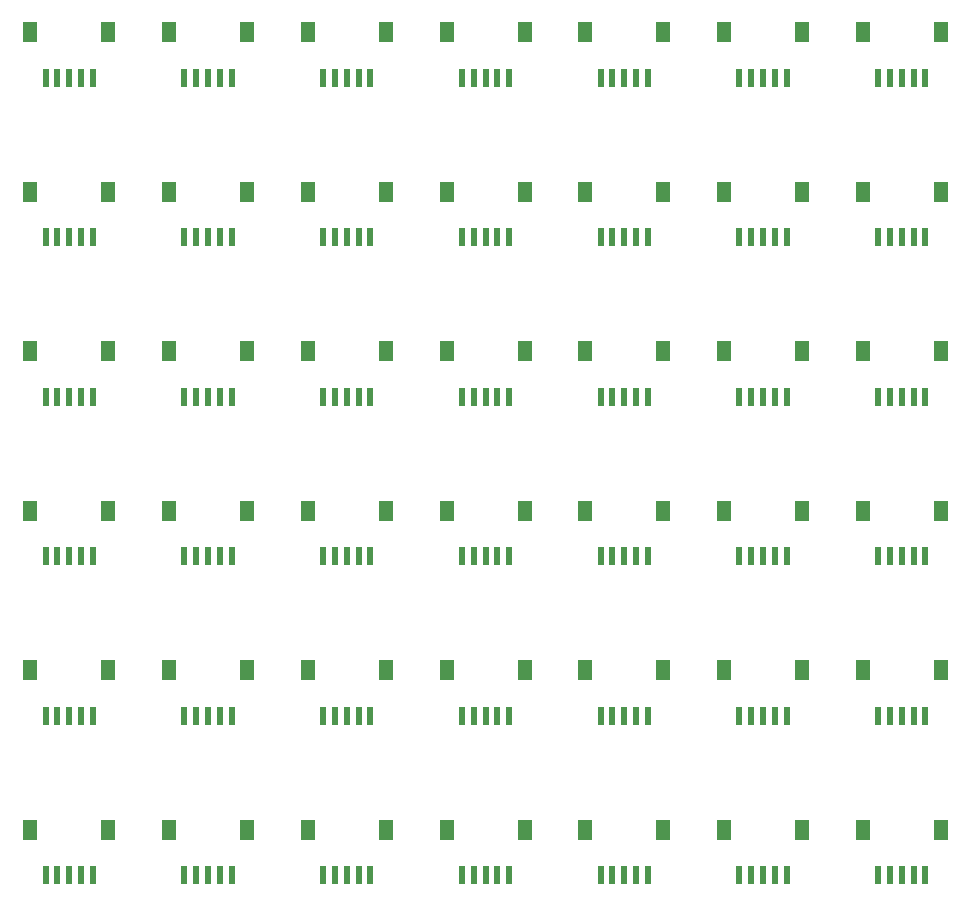
<source format=gbr>
G04 #@! TF.GenerationSoftware,KiCad,Pcbnew,5.1.0-060a0da~80~ubuntu18.04.1*
G04 #@! TF.CreationDate,2019-05-11T20:46:11+02:00*
G04 #@! TF.ProjectId,spi_connector_board,7370695f-636f-46e6-9e65-63746f725f62,rev?*
G04 #@! TF.SameCoordinates,Original*
G04 #@! TF.FileFunction,Paste,Top*
G04 #@! TF.FilePolarity,Positive*
%FSLAX46Y46*%
G04 Gerber Fmt 4.6, Leading zero omitted, Abs format (unit mm)*
G04 Created by KiCad (PCBNEW 5.1.0-060a0da~80~ubuntu18.04.1) date 2019-05-11 20:46:11*
%MOMM*%
%LPD*%
G04 APERTURE LIST*
%ADD10R,0.600000X1.550000*%
%ADD11R,1.200000X1.800000*%
G04 APERTURE END LIST*
D10*
X196500000Y-144375000D03*
D11*
X197800000Y-140500000D03*
X191200000Y-140500000D03*
D10*
X195500000Y-144375000D03*
X194500000Y-144375000D03*
X193500000Y-144375000D03*
X192500000Y-144375000D03*
X184750000Y-144375000D03*
D11*
X186050000Y-140500000D03*
X179450000Y-140500000D03*
D10*
X183750000Y-144375000D03*
X182750000Y-144375000D03*
X181750000Y-144375000D03*
X180750000Y-144375000D03*
X173000000Y-144375000D03*
D11*
X174300000Y-140500000D03*
X167700000Y-140500000D03*
D10*
X172000000Y-144375000D03*
X171000000Y-144375000D03*
X170000000Y-144375000D03*
X169000000Y-144375000D03*
X161250000Y-144375000D03*
D11*
X162550000Y-140500000D03*
X155950000Y-140500000D03*
D10*
X160250000Y-144375000D03*
X159250000Y-144375000D03*
X158250000Y-144375000D03*
X157250000Y-144375000D03*
X149500000Y-144375000D03*
D11*
X150800000Y-140500000D03*
X144200000Y-140500000D03*
D10*
X148500000Y-144375000D03*
X147500000Y-144375000D03*
X146500000Y-144375000D03*
X145500000Y-144375000D03*
X137750000Y-144375000D03*
D11*
X139050000Y-140500000D03*
X132450000Y-140500000D03*
D10*
X136750000Y-144375000D03*
X135750000Y-144375000D03*
X134750000Y-144375000D03*
X133750000Y-144375000D03*
X126000000Y-144375000D03*
D11*
X127300000Y-140500000D03*
X120700000Y-140500000D03*
D10*
X125000000Y-144375000D03*
X124000000Y-144375000D03*
X123000000Y-144375000D03*
X122000000Y-144375000D03*
X196500000Y-130875000D03*
D11*
X197800000Y-127000000D03*
X191200000Y-127000000D03*
D10*
X195500000Y-130875000D03*
X194500000Y-130875000D03*
X193500000Y-130875000D03*
X192500000Y-130875000D03*
X184750000Y-130875000D03*
D11*
X186050000Y-127000000D03*
X179450000Y-127000000D03*
D10*
X183750000Y-130875000D03*
X182750000Y-130875000D03*
X181750000Y-130875000D03*
X180750000Y-130875000D03*
X173000000Y-130875000D03*
D11*
X174300000Y-127000000D03*
X167700000Y-127000000D03*
D10*
X172000000Y-130875000D03*
X171000000Y-130875000D03*
X170000000Y-130875000D03*
X169000000Y-130875000D03*
X161250000Y-130875000D03*
D11*
X162550000Y-127000000D03*
X155950000Y-127000000D03*
D10*
X160250000Y-130875000D03*
X159250000Y-130875000D03*
X158250000Y-130875000D03*
X157250000Y-130875000D03*
X149500000Y-130875000D03*
D11*
X150800000Y-127000000D03*
X144200000Y-127000000D03*
D10*
X148500000Y-130875000D03*
X147500000Y-130875000D03*
X146500000Y-130875000D03*
X145500000Y-130875000D03*
X137750000Y-130875000D03*
D11*
X139050000Y-127000000D03*
X132450000Y-127000000D03*
D10*
X136750000Y-130875000D03*
X135750000Y-130875000D03*
X134750000Y-130875000D03*
X133750000Y-130875000D03*
X126000000Y-130875000D03*
D11*
X127300000Y-127000000D03*
X120700000Y-127000000D03*
D10*
X125000000Y-130875000D03*
X124000000Y-130875000D03*
X123000000Y-130875000D03*
X122000000Y-130875000D03*
X196500000Y-117375000D03*
D11*
X197800000Y-113500000D03*
X191200000Y-113500000D03*
D10*
X195500000Y-117375000D03*
X194500000Y-117375000D03*
X193500000Y-117375000D03*
X192500000Y-117375000D03*
X184750000Y-117375000D03*
D11*
X186050000Y-113500000D03*
X179450000Y-113500000D03*
D10*
X183750000Y-117375000D03*
X182750000Y-117375000D03*
X181750000Y-117375000D03*
X180750000Y-117375000D03*
X173000000Y-117375000D03*
D11*
X174300000Y-113500000D03*
X167700000Y-113500000D03*
D10*
X172000000Y-117375000D03*
X171000000Y-117375000D03*
X170000000Y-117375000D03*
X169000000Y-117375000D03*
X161250000Y-117375000D03*
D11*
X162550000Y-113500000D03*
X155950000Y-113500000D03*
D10*
X160250000Y-117375000D03*
X159250000Y-117375000D03*
X158250000Y-117375000D03*
X157250000Y-117375000D03*
X149500000Y-117375000D03*
D11*
X150800000Y-113500000D03*
X144200000Y-113500000D03*
D10*
X148500000Y-117375000D03*
X147500000Y-117375000D03*
X146500000Y-117375000D03*
X145500000Y-117375000D03*
X137750000Y-117375000D03*
D11*
X139050000Y-113500000D03*
X132450000Y-113500000D03*
D10*
X136750000Y-117375000D03*
X135750000Y-117375000D03*
X134750000Y-117375000D03*
X133750000Y-117375000D03*
X126000000Y-117375000D03*
D11*
X127300000Y-113500000D03*
X120700000Y-113500000D03*
D10*
X125000000Y-117375000D03*
X124000000Y-117375000D03*
X123000000Y-117375000D03*
X122000000Y-117375000D03*
X196500000Y-103875000D03*
D11*
X197800000Y-100000000D03*
X191200000Y-100000000D03*
D10*
X195500000Y-103875000D03*
X194500000Y-103875000D03*
X193500000Y-103875000D03*
X192500000Y-103875000D03*
X184750000Y-103875000D03*
D11*
X186050000Y-100000000D03*
X179450000Y-100000000D03*
D10*
X183750000Y-103875000D03*
X182750000Y-103875000D03*
X181750000Y-103875000D03*
X180750000Y-103875000D03*
X173000000Y-103875000D03*
D11*
X174300000Y-100000000D03*
X167700000Y-100000000D03*
D10*
X172000000Y-103875000D03*
X171000000Y-103875000D03*
X170000000Y-103875000D03*
X169000000Y-103875000D03*
X161250000Y-103875000D03*
D11*
X162550000Y-100000000D03*
X155950000Y-100000000D03*
D10*
X160250000Y-103875000D03*
X159250000Y-103875000D03*
X158250000Y-103875000D03*
X157250000Y-103875000D03*
X149500000Y-103875000D03*
D11*
X150800000Y-100000000D03*
X144200000Y-100000000D03*
D10*
X148500000Y-103875000D03*
X147500000Y-103875000D03*
X146500000Y-103875000D03*
X145500000Y-103875000D03*
X137750000Y-103875000D03*
D11*
X139050000Y-100000000D03*
X132450000Y-100000000D03*
D10*
X136750000Y-103875000D03*
X135750000Y-103875000D03*
X134750000Y-103875000D03*
X133750000Y-103875000D03*
X126000000Y-103875000D03*
D11*
X127300000Y-100000000D03*
X120700000Y-100000000D03*
D10*
X125000000Y-103875000D03*
X124000000Y-103875000D03*
X123000000Y-103875000D03*
X122000000Y-103875000D03*
X196500000Y-90375000D03*
D11*
X197800000Y-86500000D03*
X191200000Y-86500000D03*
D10*
X195500000Y-90375000D03*
X194500000Y-90375000D03*
X193500000Y-90375000D03*
X192500000Y-90375000D03*
X184750000Y-90375000D03*
D11*
X186050000Y-86500000D03*
X179450000Y-86500000D03*
D10*
X183750000Y-90375000D03*
X182750000Y-90375000D03*
X181750000Y-90375000D03*
X180750000Y-90375000D03*
X173000000Y-90375000D03*
D11*
X174300000Y-86500000D03*
X167700000Y-86500000D03*
D10*
X172000000Y-90375000D03*
X171000000Y-90375000D03*
X170000000Y-90375000D03*
X169000000Y-90375000D03*
X161250000Y-90375000D03*
D11*
X162550000Y-86500000D03*
X155950000Y-86500000D03*
D10*
X160250000Y-90375000D03*
X159250000Y-90375000D03*
X158250000Y-90375000D03*
X157250000Y-90375000D03*
X149500000Y-90375000D03*
D11*
X150800000Y-86500000D03*
X144200000Y-86500000D03*
D10*
X148500000Y-90375000D03*
X147500000Y-90375000D03*
X146500000Y-90375000D03*
X145500000Y-90375000D03*
X137750000Y-90375000D03*
D11*
X139050000Y-86500000D03*
X132450000Y-86500000D03*
D10*
X136750000Y-90375000D03*
X135750000Y-90375000D03*
X134750000Y-90375000D03*
X133750000Y-90375000D03*
X126000000Y-90375000D03*
D11*
X127300000Y-86500000D03*
X120700000Y-86500000D03*
D10*
X125000000Y-90375000D03*
X124000000Y-90375000D03*
X123000000Y-90375000D03*
X122000000Y-90375000D03*
X196500000Y-76875000D03*
D11*
X197800000Y-73000000D03*
X191200000Y-73000000D03*
D10*
X195500000Y-76875000D03*
X194500000Y-76875000D03*
X193500000Y-76875000D03*
X192500000Y-76875000D03*
X184750000Y-76875000D03*
D11*
X186050000Y-73000000D03*
X179450000Y-73000000D03*
D10*
X183750000Y-76875000D03*
X182750000Y-76875000D03*
X181750000Y-76875000D03*
X180750000Y-76875000D03*
X173000000Y-76875000D03*
D11*
X174300000Y-73000000D03*
X167700000Y-73000000D03*
D10*
X172000000Y-76875000D03*
X171000000Y-76875000D03*
X170000000Y-76875000D03*
X169000000Y-76875000D03*
X161250000Y-76875000D03*
D11*
X162550000Y-73000000D03*
X155950000Y-73000000D03*
D10*
X160250000Y-76875000D03*
X159250000Y-76875000D03*
X158250000Y-76875000D03*
X157250000Y-76875000D03*
X149500000Y-76875000D03*
D11*
X150800000Y-73000000D03*
X144200000Y-73000000D03*
D10*
X148500000Y-76875000D03*
X147500000Y-76875000D03*
X146500000Y-76875000D03*
X145500000Y-76875000D03*
X137750000Y-76875000D03*
D11*
X139050000Y-73000000D03*
X132450000Y-73000000D03*
D10*
X136750000Y-76875000D03*
X135750000Y-76875000D03*
X134750000Y-76875000D03*
X133750000Y-76875000D03*
X122000000Y-76875000D03*
X123000000Y-76875000D03*
X124000000Y-76875000D03*
X125000000Y-76875000D03*
D11*
X120700000Y-73000000D03*
X127300000Y-73000000D03*
D10*
X126000000Y-76875000D03*
M02*

</source>
